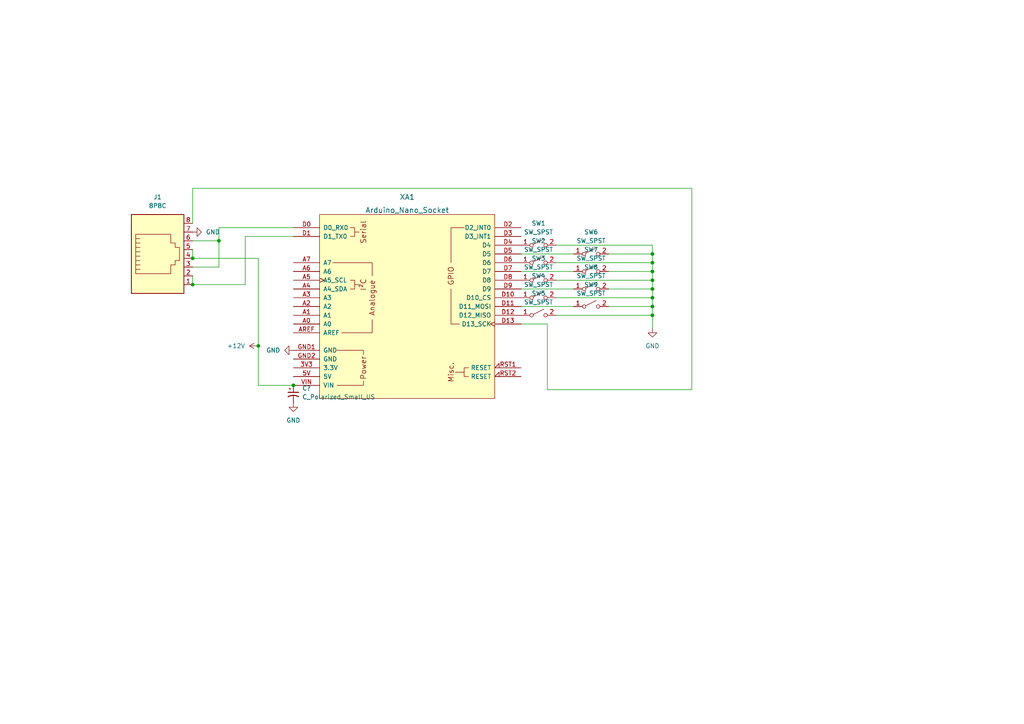
<source format=kicad_sch>
(kicad_sch (version 20211123) (generator eeschema)
  (paper "A4")
  (lib_symbols
    (symbol "Connector:8P8C" (pin_names (offset 1.016))
      (property "Reference" "J" (at -5.08 13.97 0))
      (property "Value" "8P8C" (at 2.54 13.97 0))
      (symbol "8P8C_0_1"
        (polyline (pts (xy -5.08 4.445) (xy -6.35 4.445)))
        (polyline (pts (xy -5.08 5.715) (xy -6.35 5.715)))
        (polyline (pts (xy -6.35 -3.175) (xy -5.08 -3.175) (xy -5.08 -3.175)))
        (polyline (pts (xy -6.35 -1.905) (xy -5.08 -1.905) (xy -5.08 -1.905)))
        (polyline (pts (xy -6.35 -0.635) (xy -5.08 -0.635) (xy -5.08 -0.635)))
        (polyline (pts (xy -6.35 0.635) (xy -5.08 0.635) (xy -5.08 0.635)))
        (polyline (pts (xy -6.35 1.905) (xy -5.08 1.905) (xy -5.08 1.905)))
        (polyline (pts (xy -5.08 3.175) (xy -6.35 3.175) (xy -6.35 3.175)))
        (polyline (pts (xy -6.35 -4.445) (xy -6.35 6.985) (xy 3.81 6.985) (xy 3.81 4.445) (xy 5.08 4.445) (xy 5.08 3.175) (xy 6.35 3.175) (xy 6.35 -0.635) (xy 5.08 -0.635) (xy 5.08 -1.905) (xy 3.81 -1.905) (xy 3.81 -4.445) (xy -6.35 -4.445) (xy -6.35 -4.445)))
        (rectangle (start 7.62 12.7) (end -7.62 -10.16) (stroke (width 0.254)) (fill (type background)))
      )
      (symbol "8P8C_1_1"
        (pin passive line (at 10.16 -7.62 180) (length 2.54) (name "~") (number "1"))
        (pin passive line (at 10.16 -5.08 180) (length 2.54) (name "~") (number "2"))
        (pin passive line (at 10.16 -2.54 180) (length 2.54) (name "~") (number "3"))
        (pin passive line (at 10.16 0 180) (length 2.54) (name "~") (number "4"))
        (pin passive line (at 10.16 2.54 180) (length 2.54) (name "~") (number "5"))
        (pin passive line (at 10.16 5.08 180) (length 2.54) (name "~") (number "6"))
        (pin passive line (at 10.16 7.62 180) (length 2.54) (name "~") (number "7"))
        (pin passive line (at 10.16 10.16 180) (length 2.54) (name "~") (number "8"))
      )
    )
    (symbol "Device:C_Polarized_Small_US" (pin_numbers hide) (pin_names (offset 0.254) hide)
      (property "Reference" "C" (at 0.254 1.778 0))
      (property "Value" "C_Polarized_Small_US" (at 0.254 -2.032 0))
      (symbol "C_Polarized_Small_US_0_1"
        (polyline (pts (xy -1.524 0.508) (xy 1.524 0.508)) (stroke (width 0.3048)))
        (polyline (pts (xy -1.27 1.524) (xy -0.762 1.524)))
        (polyline (pts (xy -1.016 1.27) (xy -1.016 1.778)))
        (arc (start 1.524 -0.762) (mid 0 -0.3734) (end -1.524 -0.762) (stroke (width 0.3048)))
      )
      (symbol "C_Polarized_Small_US_1_1"
        (pin passive line (at 0 2.54 270) (length 2.032) (name "~") (number "1"))
        (pin passive line (at 0 -2.54 90) (length 2.032) (name "~") (number "2"))
      )
    )
    (symbol "Switch:SW_SPST" (pin_names (offset 0) hide)
      (property "Reference" "SW" (at 0 3.175 0))
      (property "Value" "SW_SPST" (at 0 -2.54 0))
      (symbol "SW_SPST_0_0"
        (circle (center -2.032 0) (radius 0.508))
        (polyline (pts (xy -1.524 0.254) (xy 1.524 1.778)))
        (circle (center 2.032 0) (radius 0.508))
      )
      (symbol "SW_SPST_1_1"
        (pin passive line (at -5.08 0 0) (length 2.54) (name "A") (number "1"))
        (pin passive line (at 5.08 0 180) (length 2.54) (name "B") (number "2"))
      )
    )
    (symbol "arduino:Arduino_Nano_Socket" (pin_names (offset 1.016))
      (property "Reference" "XA" (at 2.54 0 90))
      (property "Value" "Arduino_Nano_Socket" (at -2.54 0 90))
      (symbol "Arduino_Nano_Socket_0_0"
        (rectangle (start -25.4 26.67) (end 25.4 -26.67) (fill (type background)))
        (polyline (pts (xy -15.24 6.35) (xy -13.97 6.35)))
        (polyline (pts (xy -15.24 21.59) (xy -13.97 21.59)))
        (polyline (pts (xy 16.51 -19.05) (xy 13.97 -19.05)))
        (polyline (pts (xy -20.32 -22.86) (xy -12.7 -22.86) (xy -12.7 -21.59)))
        (polyline (pts (xy -12.7 -13.97) (xy -12.7 -12.7) (xy -20.32 -12.7)))
        (polyline (pts (xy -16.51 7.62) (xy -15.24 7.62) (xy -15.24 5.08) (xy -16.51 5.08)))
        (polyline (pts (xy -16.51 22.86) (xy -15.24 22.86) (xy -15.24 20.32) (xy -16.51 20.32)))
        (text "Analogue" (at -10.16 2.54 900) (effects (font (size 1.524 1.524))))
        (text "I²C" (at -12.7 6.35 900) (effects (font (size 1.524 1.524))))
        (text "Misc." (at 12.7 -19.05 900) (effects (font (size 1.524 1.524))))
        (text "Power" (at -12.7 -17.78 900) (effects (font (size 1.524 1.524))))
        (text "Serial" (at -12.7 21.59 900) (effects (font (size 1.524 1.524))))
      )
      (symbol "Arduino_Nano_Socket_0_1"
        (polyline (pts (xy -21.59 12.7) (xy -10.16 12.7) (xy -10.16 8.89)))
        (polyline (pts (xy -19.05 -7.62) (xy -10.16 -7.62) (xy -10.16 -3.81)))
        (polyline (pts (xy 15.24 -5.08) (xy 12.7 -5.08) (xy 12.7 5.08)))
        (polyline (pts (xy 16.51 22.86) (xy 12.7 22.86) (xy 12.7 12.7)))
        (polyline (pts (xy 17.78 -17.78) (xy 16.51 -17.78) (xy 16.51 -20.32) (xy 17.78 -20.32)))
      )
      (symbol "Arduino_Nano_Socket_1_0"
        (text "GPIO" (at 12.7 8.89 900) (effects (font (size 1.524 1.524))))
      )
      (symbol "Arduino_Nano_Socket_1_1"
        (pin power_in line (at -33.02 -17.78 0) (length 7.62) (name "3.3V") (number "3V3"))
        (pin power_in line (at -33.02 -20.32 0) (length 7.62) (name "5V") (number "5V"))
        (pin bidirectional line (at -33.02 -5.08 0) (length 7.62) (name "A0") (number "A0"))
        (pin bidirectional line (at -33.02 -2.54 0) (length 7.62) (name "A1") (number "A1"))
        (pin bidirectional line (at -33.02 0 0) (length 7.62) (name "A2") (number "A2"))
        (pin bidirectional line (at -33.02 2.54 0) (length 7.62) (name "A3") (number "A3"))
        (pin bidirectional line (at -33.02 5.08 0) (length 7.62) (name "A4_SDA") (number "A4"))
        (pin bidirectional clock (at -33.02 7.62 0) (length 7.62) (name "A5_SCL") (number "A5"))
        (pin input line (at -33.02 10.16 0) (length 7.62) (name "A6") (number "A6"))
        (pin input line (at -33.02 12.7 0) (length 7.62) (name "A7") (number "A7"))
        (pin input line (at -33.02 -7.62 0) (length 7.62) (name "AREF") (number "AREF"))
        (pin bidirectional line (at -33.02 22.86 0) (length 7.62) (name "D0_RX0") (number "D0"))
        (pin bidirectional line (at -33.02 20.32 0) (length 7.62) (name "D1_TX0") (number "D1"))
        (pin bidirectional line (at 33.02 2.54 180) (length 7.62) (name "D10_CS") (number "D10"))
        (pin bidirectional line (at 33.02 0 180) (length 7.62) (name "D11_MOSI") (number "D11"))
        (pin bidirectional line (at 33.02 -2.54 180) (length 7.62) (name "D12_MISO") (number "D12"))
        (pin bidirectional clock (at 33.02 -5.08 180) (length 7.62) (name "D13_SCK") (number "D13"))
        (pin bidirectional line (at 33.02 22.86 180) (length 7.62) (name "D2_INT0") (number "D2"))
        (pin bidirectional line (at 33.02 20.32 180) (length 7.62) (name "D3_INT1") (number "D3"))
        (pin bidirectional line (at 33.02 17.78 180) (length 7.62) (name "D4") (number "D4"))
        (pin bidirectional line (at 33.02 15.24 180) (length 7.62) (name "D5") (number "D5"))
        (pin bidirectional line (at 33.02 12.7 180) (length 7.62) (name "D6") (number "D6"))
        (pin bidirectional line (at 33.02 10.16 180) (length 7.62) (name "D7") (number "D7"))
        (pin bidirectional line (at 33.02 7.62 180) (length 7.62) (name "D8") (number "D8"))
        (pin bidirectional line (at 33.02 5.08 180) (length 7.62) (name "D9") (number "D9"))
        (pin power_in line (at -33.02 -12.7 0) (length 7.62) (name "GND") (number "GND1"))
        (pin power_in line (at -33.02 -15.24 0) (length 7.62) (name "GND") (number "GND2"))
        (pin open_collector input_low (at 33.02 -17.78 180) (length 7.62) (name "RESET") (number "RST1"))
        (pin open_collector input_low (at 33.02 -20.32 180) (length 7.62) (name "RESET") (number "RST2"))
        (pin power_in line (at -33.02 -22.86 0) (length 7.62) (name "VIN") (number "VIN"))
      )
    )
    (symbol "power:+12V" (power) (pin_names (offset 0))
      (property "Value" "+12V" (at 0 3.556 0))
      (symbol "+12V_0_1"
        (polyline (pts (xy -0.762 1.27) (xy 0 2.54)))
        (polyline (pts (xy 0 0) (xy 0 2.54)))
        (polyline (pts (xy 0 2.54) (xy 0.762 1.27)))
      )
      (symbol "+12V_1_1"
        (pin power_in line (at 0 0 90) (length 0) hide (name "+12V") (number "1"))
      )
    )
    (symbol "power:GND" (power) (pin_names (offset 0))
      (property "Value" "GND" (at 0 -3.81 0))
      (symbol "GND_0_1"
        (polyline (pts (xy 0 0) (xy 0 -1.27) (xy 1.27 -1.27) (xy 0 -2.54) (xy -1.27 -1.27) (xy 0 -1.27)))
      )
      (symbol "GND_1_1"
        (pin power_in line (at 0 0 270) (length 0) hide (name "GND") (number "1"))
      )
    )
  )
  (junction (at 189.23 78.74))
  (junction (at 74.93 100.33))
  (junction (at 189.23 76.2))
  (junction (at 189.23 86.36))
  (junction (at 189.23 91.44))
  (junction (at 63.5 69.85))
  (junction (at 189.23 88.9))
  (junction (at 55.88 74.93))
  (junction (at 189.23 81.28))
  (junction (at 189.23 83.82))
  (junction (at 189.23 73.66))
  (junction (at 55.88 82.55))
  (junction (at 85.09 111.76))
  (wire (pts (xy 85.09 68.58) (xy 71.12 68.58)))
  (wire (pts (xy 55.88 72.39) (xy 55.88 74.93)))
  (wire (pts (xy 161.29 81.28) (xy 189.23 81.28)))
  (wire (pts (xy 161.29 91.44) (xy 189.23 91.44)))
  (wire (pts (xy 151.13 73.66) (xy 166.37 73.66)))
  (wire (pts (xy 63.5 69.85) (xy 63.5 66.04)))
  (wire (pts (xy 200.66 54.61) (xy 200.66 113.03)))
  (wire (pts (xy 151.13 78.74) (xy 166.37 78.74)))
  (wire (pts (xy 189.23 83.82) (xy 189.23 86.36)))
  (wire (pts (xy 161.29 76.2) (xy 189.23 76.2)))
  (wire (pts (xy 55.88 64.77) (xy 55.88 54.61)))
  (wire (pts (xy 151.13 83.82) (xy 166.37 83.82)))
  (wire (pts (xy 189.23 76.2) (xy 189.23 78.74)))
  (wire (pts (xy 63.5 66.04) (xy 85.09 66.04)))
  (wire (pts (xy 189.23 78.74) (xy 189.23 81.28)))
  (wire (pts (xy 161.29 86.36) (xy 189.23 86.36)))
  (wire (pts (xy 63.5 69.85) (xy 55.88 69.85)))
  (wire (pts (xy 55.88 77.47) (xy 63.5 77.47)))
  (wire (pts (xy 176.53 88.9) (xy 189.23 88.9)))
  (wire (pts (xy 55.88 80.01) (xy 55.88 82.55)))
  (wire (pts (xy 189.23 73.66) (xy 189.23 76.2)))
  (wire (pts (xy 74.93 74.93) (xy 74.93 100.33)))
  (wire (pts (xy 55.88 54.61) (xy 200.66 54.61)))
  (wire (pts (xy 189.23 91.44) (xy 189.23 95.25)))
  (wire (pts (xy 189.23 88.9) (xy 189.23 91.44)))
  (wire (pts (xy 63.5 77.47) (xy 63.5 69.85)))
  (wire (pts (xy 71.12 82.55) (xy 55.88 82.55)))
  (wire (pts (xy 151.13 88.9) (xy 166.37 88.9)))
  (wire (pts (xy 176.53 78.74) (xy 189.23 78.74)))
  (wire (pts (xy 200.66 113.03) (xy 158.75 113.03)))
  (wire (pts (xy 176.53 73.66) (xy 189.23 73.66)))
  (wire (pts (xy 74.93 100.33) (xy 74.93 111.76)))
  (wire (pts (xy 189.23 86.36) (xy 189.23 88.9)))
  (wire (pts (xy 158.75 93.98) (xy 151.13 93.98)))
  (wire (pts (xy 176.53 83.82) (xy 189.23 83.82)))
  (wire (pts (xy 158.75 113.03) (xy 158.75 93.98)))
  (wire (pts (xy 189.23 81.28) (xy 189.23 83.82)))
  (wire (pts (xy 189.23 71.12) (xy 189.23 73.66)))
  (wire (pts (xy 71.12 68.58) (xy 71.12 82.55)))
  (wire (pts (xy 161.29 71.12) (xy 189.23 71.12)))
  (wire (pts (xy 74.93 111.76) (xy 85.09 111.76)))
  (wire (pts (xy 55.88 74.93) (xy 74.93 74.93)))
  (symbol (lib_id "arduino:Arduino_Nano_Socket") (at 118.11 88.9 0) (unit 1)
    (property "Reference" "XA1" (at 118.11 57.15 0) (effects (font (size 1.524 1.524))))
    (property "Value" "Arduino_Nano_Socket" (at 118.11 60.96 0) (effects (font (size 1.524 1.524))))
    (property "Footprint" "Arduino:Arduino_Nano_Socket" (effects hide))
    (property "Datasheet" "https://store.arduino.cc/arduino-nano" (effects hide))
  )
  (symbol (lib_id "power:GND") (at 85.09 116.84 0) (unit 1)
    (property "Reference" "#PWR?" (effects hide))
    (property "Value" "GND" (at 85.09 121.92 0))
  )
  (symbol (lib_id "Switch:SW_SPST") (at 156.21 86.36 0) (unit 1)
    (property "Reference" "SW4" (at 156.21 80.01 0))
    (property "Value" "SW_SPST" (at 156.21 82.55 0))
    (property "Footprint" "Button_Switch_THT:SW_PUSH_6mm" (effects hide))
  )
  (symbol (lib_id "Switch:SW_SPST") (at 156.21 71.12 0) (unit 1)
    (property "Reference" "SW1" (at 156.21 64.77 0))
    (property "Value" "SW_SPST" (at 156.21 67.31 0))
    (property "Footprint" "Button_Switch_THT:SW_PUSH_6mm" (effects hide))
  )
  (symbol (lib_id "power:GND") (at 85.09 101.6 270) (unit 1)
    (property "Reference" "#PWR0103" (effects hide))
    (property "Value" "GND" (at 81.28 101.5999 90) (effects (justify right)))
  )
  (symbol (lib_id "power:GND") (at 189.23 95.25 0) (unit 1)
    (property "Reference" "#PWR0101" (effects hide))
    (property "Value" "GND" (at 189.23 100.33 0))
  )
  (symbol (lib_id "power:+12V") (at 74.93 100.33 90) (unit 1)
    (property "Reference" "#PWR0104" (effects hide))
    (property "Value" "+12V" (at 71.12 100.3299 90) (effects (justify left)))
  )
  (symbol (lib_id "Switch:SW_SPST") (at 171.45 73.66 0) (unit 1)
    (property "Reference" "SW6" (at 171.45 67.31 0))
    (property "Value" "SW_SPST" (at 171.45 69.85 0))
    (property "Footprint" "Button_Switch_THT:SW_PUSH_6mm" (effects hide))
  )
  (symbol (lib_id "Device:C_Polarized_Small_US") (at 85.09 114.3 0) (unit 1)
    (property "Reference" "C?" (at 87.63 112.5981 0) (effects (justify left)))
    (property "Value" "C_Polarized_Small_US" (at 87.63 115.1381 0) (effects (justify left)))
  )
  (symbol (lib_id "Switch:SW_SPST") (at 156.21 76.2 0) (unit 1)
    (property "Reference" "SW2" (at 156.21 69.85 0))
    (property "Value" "SW_SPST" (at 156.21 72.39 0))
    (property "Footprint" "Button_Switch_THT:SW_PUSH_6mm" (effects hide))
  )
  (symbol (lib_id "Switch:SW_SPST") (at 171.45 78.74 0) (unit 1)
    (property "Reference" "SW7" (at 171.45 72.39 0))
    (property "Value" "SW_SPST" (at 171.45 74.93 0))
    (property "Footprint" "Button_Switch_THT:SW_PUSH_6mm" (effects hide))
  )
  (symbol (lib_id "Switch:SW_SPST") (at 171.45 88.9 0) (unit 1)
    (property "Reference" "SW9" (at 171.45 82.55 0))
    (property "Value" "SW_SPST" (at 171.45 85.09 0))
    (property "Footprint" "Button_Switch_THT:SW_PUSH_6mm" (effects hide))
  )
  (symbol (lib_id "power:GND") (at 55.88 67.31 90) (unit 1)
    (property "Reference" "#PWR0102" (effects hide))
    (property "Value" "GND" (at 59.69 67.3099 90) (effects (justify right)))
  )
  (symbol (lib_id "Switch:SW_SPST") (at 171.45 83.82 0) (unit 1)
    (property "Reference" "SW8" (at 171.45 77.47 0))
    (property "Value" "SW_SPST" (at 171.45 80.01 0))
    (property "Footprint" "Button_Switch_THT:SW_PUSH_6mm" (effects hide))
  )
  (symbol (lib_id "Switch:SW_SPST") (at 156.21 81.28 0) (unit 1)
    (property "Reference" "SW3" (at 156.21 74.93 0))
    (property "Value" "SW_SPST" (at 156.21 77.47 0))
    (property "Footprint" "Button_Switch_THT:SW_PUSH_6mm" (effects hide))
  )
  (symbol (lib_id "Switch:SW_SPST") (at 156.21 91.44 0) (unit 1)
    (property "Reference" "SW5" (at 156.21 85.09 0))
    (property "Value" "SW_SPST" (at 156.21 87.63 0))
    (property "Footprint" "Button_Switch_THT:SW_PUSH_6mm" (effects hide))
  )
  (symbol (lib_id "Connector:8P8C") (at 45.72 74.93 0) (unit 1)
    (property "Reference" "J1" (at 45.72 57.15 0))
    (property "Value" "8P8C" (at 45.72 59.69 0))
    (property "Footprint" "Connector_RJ:RJ45_OST_PJ012-8P8CX_Vertical" (effects hide))
  )
)
</source>
